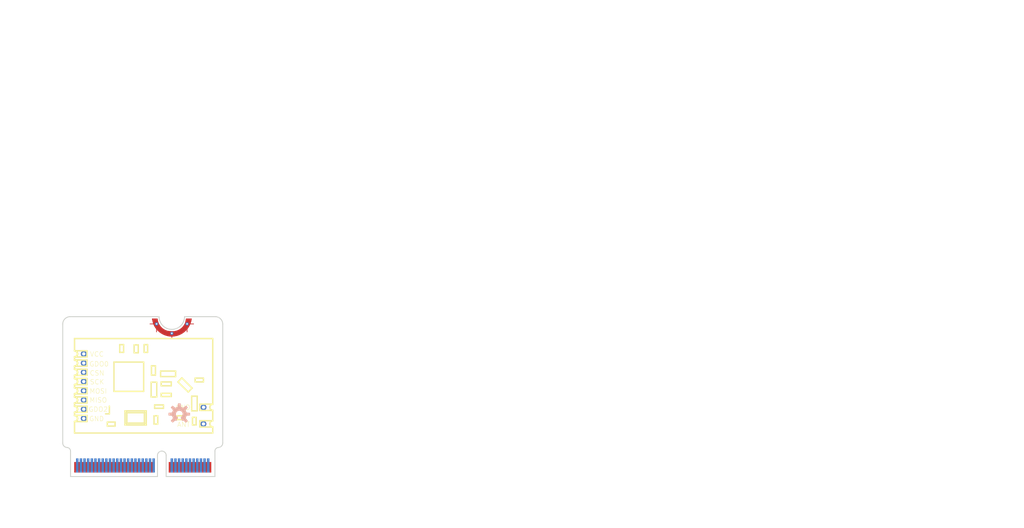
<source format=kicad_pcb>
(kicad_pcb (version 20221018) (generator pcbnew)
  (layers (0 "F.Cu" signal "Top") (1 "In1.Cu" signal) (2 "In2.Cu" signal) (31 "B.Cu" signal "Bottom") (34 "B.Paste" user) (35 "F.Paste" user) (36 "B.SilkS" user "B.Silkscreen") (37 "F.SilkS" user "F.Silkscreen") (38 "B.Mask" user) (39 "F.Mask" user) (44 "Edge.Cuts" user))
  (net 0 "")
  (net 1 "+3.3V")
  (net 2 "GND")
  (net 3 "/USB_D+")
  (net 4 "/~{RESET}")
  (net 5 "/3.3V_EN")
  (net 6 "/USB_D-")
  (net 7 "/G11-SWO")
  (net 8 "/V_USB")
  (net 9 "/D0")
  (net 10 "/~{BOOT}")
  (net 11 "/I2C_SDA")
  (net 12 "/UART_RTS1")
  (net 13 "/I2C_SCL")
  (net 14 "/UART_CTS1")
  (net 15 "/I2C_~{INT}")
  (net 16 "/UART_TX1")
  (net 17 "/D1-CAM_TRIG")
  (net 18 "/UART_RX1")
  (net 19 "/UART_RX2")
  (net 20 "/SWDCK")
  (net 21 "/UART_TX2")
  (net 22 "/SWDIO")
  (net 23 "/PWM0")
  (net 24 "/A0")
  (net 25 "/USBHOST_D+")
  (net 26 "/USBHOST_D-")
  (net 27 "/A1")
  (net 28 "/G0")
  (net 29 "/CAN-RX")
  (net 30 "/G1")
  (net 31 "/CAN-TX")
  (net 32 "/G2")
  (net 33 "/G3")
  (net 34 "/PWM1")
  (net 35 "/G4")
  (net 36 "/BATT_VIN")
  (net 37 "/AUD_BCLK")
  (net 38 "/I2C_SDA1")
  (net 39 "/AUD_LRCLK")
  (net 40 "/I2C_SCL1")
  (net 41 "/AUD_IN-CAM_PCLK")
  (net 42 "/~{SPI_CS}")
  (net 43 "/AUD_OUT-CAM_MCLK")
  (net 44 "/SPI_SCK")
  (net 45 "/AUD_MCLK")
  (net 46 "/SPI_COPI-LED_DAT")
  (net 47 "/SDIO_SCK-SPI_SCK1")
  (net 48 "/SPI_CIPO-LED_CLK")
  (net 49 "/SDIO_CMD-SPI_COPI1")
  (net 50 "/G10-CAM_VSYNC")
  (net 51 "/SDIO_DATA0-SPI_CIPO1")
  (net 52 "/G9-CAM_HSYNC")
  (net 53 "/SDIO_DATA1")
  (net 54 "/G8")
  (net 55 "/SDIO_DATA2")
  (net 56 "/G7")
  (net 57 "/SDIO_DATA3-~{SPI_CS1}")
  (net 58 "/G6")
  (net 59 "/RTC_3V_BATT")
  (net 60 "/G5")
  (footprint "SparkFun_MicroMod_ESP32:M.2-CARD-E-22" (layer "F.Cu") (at 148.5011 114.365617)
    (fp_text reference "J1" hide)
    (fp_text value "MICROMOD-2222" hide)
    (fp_line (start 1.9 -21) (end 1 -21) (stroke (width 0.1016)) (layer "F.Cu"))
    (fp_line (start 1.9 -21) (end 1.9 -19.9) (stroke (width 0.1016)) (layer "F.Cu"))
    (fp_line (start 4 -19.7) (end 4 -19) (stroke (width 0.1016)) (layer "F.Cu"))
    (fp_line (start 6.1 -21) (end 6.1 -19.9) (stroke (width 0.1016)) (layer "F.Cu"))
    (fp_line (start 6.1 -21) (end 7 -21) (stroke (width 0.1016)) (layer "F.Cu"))
    (fp_poly (pts (xy 1.25 -21.75) (xy 2.05 -21.75) (xy 2.08842 -21.461827) (xy 2.171447 -21.183213) (xy 2.297037 -20.921017) (xy 2.462097 -20.681696) (xy 2.662563 -20.471142) (xy 2.893499 -20.29454) (xy 3.149218 -20.156239) (xy 3.423424 -20.059644) (xy 4 -20) (xy 4.290635 -20.007133) (xy 4.576576 -20.059644) (xy 4.850782 -20.156239) (xy 5.106501 -20.29454) (xy 5.337437 -20.471142) (xy 5.537903 -20.681696) (xy 5.702963 -20.921017) (xy 5.828553 -21.183213) (xy 5.95 -21.75) (xy 6.75 -21.75) (xy 6.686952 -21.386065) (xy 6.576451 -21.033626) (xy 6.420427 -20.698842) (xy 6.221608 -20.387564) (xy 5.983467 -20.10523) (xy 5.710166 -19.856774) (xy 5.40648 -19.646539) (xy 5.077718 -19.478197) (xy 4.729623 -19.354691) (xy 4.368279 -19.27818) (xy 4 -19.25) (xy 3.630811 -19.275627) (xy 3.268334 -19.35024) (xy 2.919037 -19.472506) (xy 2.589157 -19.640244) (xy 2.284581 -19.85046) (xy 2.010746 -20.099401) (xy 1.77254 -20.382623) (xy 1.574215 -20.695072) (xy 1.419311 -21.031169)) (fill solid) (layer "F.Cu"))
    (pad "1" smd rect (at 9.25 -1.275 180) (size 0.35 1.45) (layers "F.Cu" "F.Mask") (net 2 "GND"))
    (pad "2" smd rect (at 9 -1.525) (size 0.35 1.95) (layers "B.Cu" "B.Mask") (net 1 "+3.3V"))
    (pad "3" smd rect (at 8.75 -1.275 180) (size 0.35 1.45) (layers "F.Cu" "F.Mask") (net 3 "/USB_D+"))
    (pad "4" smd rect (at 8.5 -1.525) (size 0.35 1.95) (layers "B.Cu" "B.Mask") (net 5 "/3.3V_EN"))
    (pad "5" smd rect (at 8.25 -1.275 180) (size 0.35 1.45) (layers "F.Cu" "F.Mask") (net 6 "/USB_D-"))
    (pad "6" smd rect (at 8 -1.525) (size 0.35 1.95) (layers "B.Cu" "B.Mask") (net 4 "/~{RESET}"))
    (pad "7" smd rect (at 7.75 -1.275 180) (size 0.35 1.45) (layers "F.Cu" "F.Mask") (net 2 "GND"))
    (pad "8" smd rect (at 7.5 -1.525) (size 0.35 1.95) (layers "B.Cu" "B.Mask") (net 7 "/G11-SWO"))
    (pad "9" smd rect (at 7.25 -1.275 180) (size 0.35 1.45) (layers "F.Cu" "F.Mask") (net 8 "/V_USB"))
    (pad "10" smd rect (at 7 -1.525) (size 0.35 1.95) (layers "B.Cu" "B.Mask") (net 9 "/D0"))
    (pad "11" smd rect (at 6.75 -1.275 180) (size 0.35 1.45) (layers "F.Cu" "F.Mask") (net 10 "/~{BOOT}"))
    (pad "12" smd rect (at 6.5 -1.525) (size 0.35 1.95) (layers "B.Cu" "B.Mask") (net 11 "/I2C_SDA"))
    (pad "13" smd rect (at 6.25 -1.275 180) (size 0.35 1.45) (layers "F.Cu" "F.Mask") (net 12 "/UART_RTS1"))
    (pad "14" smd rect (at 6 -1.525) (size 0.35 1.95) (layers "B.Cu" "B.Mask") (net 13 "/I2C_SCL"))
    (pad "15" smd rect (at 5.75 -1.275 180) (size 0.35 1.45) (layers "F.Cu" "F.Mask") (net 14 "/UART_CTS1"))
    (pad "16" smd rect (at 5.5 -1.525) (size 0.35 1.95) (layers "B.Cu" "B.Mask") (net 15 "/I2C_~{INT}"))
    (pad "17" smd rect (at 5.25 -1.275 180) (size 0.35 1.45) (layers "F.Cu" "F.Mask") (net 16 "/UART_TX1"))
    (pad "18" smd rect (at 5 -1.525) (size 0.35 1.95) (layers "B.Cu" "B.Mask") (net 17 "/D1-CAM_TRIG"))
    (pad "19" smd rect (at 4.75 -1.275 180) (size 0.35 1.45) (layers "F.Cu" "F.Mask") (net 18 "/UART_RX1"))
    (pad "20" smd rect (at 4.5 -1.525) (size 0.35 1.95) (layers "B.Cu" "B.Mask") (net 19 "/UART_RX2"))
    (pad "21" smd rect (at 4.25 -1.275 180) (size 0.35 1.45) (layers "F.Cu" "F.Mask") (net 20 "/SWDCK"))
    (pad "22" smd rect (at 4 -1.525) (size 0.35 1.95) (layers "B.Cu" "B.Mask") (net 21 "/UART_TX2"))
    (pad "23" smd rect (at 3.75 -1.275 180) (size 0.35 1.45) (layers "F.Cu" "F.Mask") (net 22 "/SWDIO"))
    (pad "32" smd rect (at 1.5 -1.525) (size 0.35 1.95) (layers "B.Cu" "B.Mask") (net 23 "/PWM0"))
    (pad "33" smd rect (at 1.25 -1.275 180) (size 0.35 1.45) (layers "F.Cu" "F.Mask") (net 2 "GND"))
    (pad "34" smd rect (at 1 -1.525) (size 0.35 1.95) (layers "B.Cu" "B.Mask") (net 24 "/A0"))
    (pad "35" smd rect (at 0.75 -1.275 180) (size 0.35 1.45) (layers "F.Cu" "F.Mask") (net 25 "/USBHOST_D+"))
    (pad "36" smd rect (at 0.5 -1.525) (size 0.35 1.95) (layers "B.Cu" "B.Mask") (net 2 "GND"))
    (pad "37" smd rect (at 0.25 -1.275 180) (size 0.35 1.45) (layers "F.Cu" "F.Mask") (net 26 "/USBHOST_D-"))
    (pad "38" smd rect (at 0 -1.525) (size 0.35 1.95) (layers "B.Cu" "B.Mask") (net 27 "/A1"))
    (pad "39" smd rect (at -0.25 -1.275 180) (size 0.35 1.45) (layers "F.Cu" "F.Mask") (net 2 "GND"))
    (pad "40" smd rect (at -0.5 -1.525) (size 0.35 1.95) (layers "B.Cu" "B.Mask") (net 28 "/G0"))
    (pad "41" smd rect (at -0.75 -1.275 180) (size 0.35 1.45) (layers "F.Cu" "F.Mask") (net 29 "/CAN-RX"))
    (pad "42" smd rect (at -1 -1.525) (size 0.35 1.95) (layers "B.Cu" "B.Mask") (net 30 "/G1"))
    (pad "43" smd rect (at -1.25 -1.275 180) (size 0.35 1.45) (layers "F.Cu" "F.Mask") (net 31 "/CAN-TX"))
    (pad "44" smd rect (at -1.5 -1.525) (size 0.35 1.95) (layers "B.Cu" "B.Mask") (net 32 "/G2"))
    (pad "45" smd rect (at -1.75 -1.275 180) (size 0.35 1.45) (layers "F.Cu" "F.Mask") (net 2 "GND"))
    (pad "46" smd rect (at -2 -1.525) (size 0.35 1.95) (layers "B.Cu" "B.Mask") (net 33 "/G3"))
    (pad "47" smd rect (at -2.25 -1.275 180) (size 0.35 1.45) (layers "F.Cu" "F.Mask") (net 34 "/PWM1"))
    (pad "48" smd rect (at -2.5 -1.525) (size 0.35 1.95) (layers "B.Cu" "B.Mask") (net 35 "/G4"))
    (pad "49" smd rect (at -2.75 -1.275 180) (size 0.35 1.45) (layers "F.Cu" "F.Mask") (net 36 "/BATT_VIN"))
    (pad "50" smd rect (at -3 -1.525) (size 0.35 1.95) (layers "B.Cu" "B.Mask") (net 37 "/AUD_BCLK"))
    (pad "51" smd rect (at -3.25 -1.275 180) (size 0.35 1.45) (layers "F.Cu" "F.Mask") (net 38 "/I2C_SDA1"))
    (pad "52" smd rect (at -3.5 -1.525) (size 0.35 1.95) (layers "B.Cu" "B.Mask") (net 39 "/AUD_LRCLK"))
    (pad "53" smd rect (at -3.75 -1.275 180) (size 0.35 1.45) (layers "F.Cu" "F.Mask") (net 40 "/I2C_SCL1"))
    (pad "54" smd rect (at -4 -1.525) (size 0.35 1.95) (layers "B.Cu" "B.Mask") (net 41 "/AUD_IN-CAM_PCLK"))
    (pad "55" smd rect (at -4.25 -1.275 180) (size 0.35 1.45) (layers "F.Cu" "F.Mask") (net 42 "/~{SPI_CS}"))
    (pad "56" smd rect (at -4.5 -1.525) (size 0.35 1.95) (layers "B.Cu" "B.Mask") (net 43 "/AUD_OUT-CAM_MCLK"))
    (pad "57" smd rect (at -4.75 -1.275 180) (size 0.35 1.45) (layers "F.Cu" "F.Mask") (net 44 "/SPI_SCK"))
    (pad "58" smd rect (at -5 -1.525) (size 0.35 1.95) (layers "B.Cu" "B.Mask") (net 45 "/AUD_MCLK"))
    (pad "59" smd rect (at -5.25 -1.275 180) (size 0.35 1.45) (layers "F.Cu" "F.Mask") (net 46 "/SPI_COPI-LED_DAT"))
    (pad "60" smd rect (at -5.5 -1.525) (size 0.35 1.95) (layers "B.Cu" "B.Mask") (net 47 "/SDIO_SCK-SPI_SCK1"))
    (pad "61" smd rect (at -5.75 -1.275 180) (size 0.35 1.45) (layers "F.Cu" "F.Mask") (net 48 "/SPI_CIPO-LED_CLK"))
    (pad "62" smd rect (at -6 -1.525) (size 0.35 1.95) (layers "B.Cu" "B.Mask") (net 49 "/SDIO_CMD-SPI_COPI1"))
    (pad "63" smd rect (at -6.25 -1.275 180) (size 0.35 1.45) (layers "F.Cu" "F.Mask") (net 50 "/G10-CAM_VSYNC"))
    (pad "64" smd rect (at -6.5 -1.525) (size 0.35 1.95) (layers "B.Cu" "B.Mask") (net 51 "/SDIO_DATA0-SPI_CIPO1"))
    (pad "65" smd rect (at -6.75 -1.275 180) (size 0.35 1.45) (layers "F.Cu" "F.Mask") (net 52 "/G9-CAM_HSYNC"))
    (pad "66" smd rect (at -7 -1.525) (size 0.35 1.95) (layers "B.Cu" "B.Mask") (net 53 "/SDIO_DATA1"))
    (pad "67" smd rect (at -7.25 -1.275 180) (size 0.35 1.45) (layers "F.Cu" "F.Mask") (net 54 "/G8"))
    (pad "68" smd rect (at -7.5 -1.525) (size 0.35 1.95) (layers "B.Cu" "B.Mask") (net 55 "/SDIO_DATA2"))
    (pad "69" smd rect (at -7.75 -1.275 180) (size 0.35 1.45) (layers "F.Cu" "F.Mask") (net 56 "/G7"))
    (pad "70" smd rect (at -8 -1.525) (size 0.35 1.95) (layers "B.Cu" "B.Mask") (net 57 "/SDIO_DATA3-~{SPI_CS1}"))
    (pad "71" smd rect (at -8.25 -1.275 180) (size 0.35 1.45) (layers "F.Cu" "F.Mask") (net 58 "/G6"))
    (pad "72" smd rect (at -8.5 -1.525) (size 0.35 1.95) (layers "B.Cu" "B.Mask") (net 59 "/RTC_3V_BATT"))
    (pad "73" smd rect (at -8.75 -1.275 180) (size 0.35 1.45) (layers "F.Cu" "F.Mask") (net 60 "/G5"))
    (pad "74" smd rect (at -9 -1.525) (size 0.35 1.95) (layers "B.Cu" "B.Mask") (net 1 "+3.3V"))
    (pad "75" smd rect (at -9.25 -1.275 180) (size 0.35 1.45) (layers "F.Cu" "F.Mask") (net 2 "GND"))
    (pad "GND1" thru_hole circle (at 1.9 -21) (size 0.454 0.454) (drill 0.2) (layers "*.Cu" "*.Mask") (net 2 "GND"))
    (pad "GND2" thru_hole circle (at 4 -19.7) (size 0.454 0.454) (drill 0.2) (layers "*.Cu" "*.Mask") (net 2 "GND"))
    (pad "GND3" thru_hole circle (at 6.1 -21) (size 0.454 0.454) (drill 0.2) (layers "*.Cu" "*.Mask") (net 2 "GND"))
  )
  (footprint "SparkFun_MicroMod_ESP32:ORDERING_INSTRUCTIONS" (layer "F.Cu") (at 167.9811 62.1)
    (fp_text reference "LOGO1" hide)
    (fp_text value "SPECIAL_INSTRUCTIONS-ORDERING")
  )
  (footprint "SparkFun_MicroMod_ESP32:CREATIVE_COMMONS" (layer "F.Cu") (at 184.4 63.75)
    (fp_text reference "FRAME1" hide)
    (fp_text value "FRAME-LEDGER" hide)
  )
  (footprint "subGHz:C1101S" (layer "F.Cu") (at 137.8508 111.4557)
    (fp_text reference "U1" hide)
    (fp_text value "CS1101S-CS1101S")
    (fp_text user "ANT" (at 16.2687 -4.2545 180) (layer "F.SilkS") (effects (font (size 0.66 0.66) (thickness 0.05))))
    (fp_text user "GDO2" (at 4.5339 -6.3373 180) (layer "F.SilkS") (effects (font (size 0.66 0.66) (thickness 0.05))))
    (fp_text user "MISO" (at 4.5339 -7.6073 180) (layer "F.SilkS") (effects (font (size 0.66 0.66) (thickness 0.05))))
    (fp_text user "VCC" (at 4.3434 -13.9319 180) (layer "F.SilkS") (effects (font (size 0.66 0.66) (thickness 0.05))))
    (fp_text user "GDO0" (at 4.6482 -12.573 180) (layer "F.SilkS") (effects (font (size 0.66 0.66) (thickness 0.05))))
    (fp_text user "SCK" (at 4.3688 -10.1092 180) (layer "F.SilkS") (effects (font (size 0.66 0.66) (thickness 0.05))))
    (fp_text user "MOSI" (at 4.5466 -8.8392 180) (layer "F.SilkS") (effects (font (size 0.66 0.66) (thickness 0.05))))
    (fp_text user "CSN" (at 4.3688 -11.3284 180) (layer "F.SilkS") (effects (font (size 0.66 0.66) (thickness 0.05))))
    (fp_text user "GND" (at 16.1925 -6.604 180) (layer "F.SilkS") (effects (font (size 0.66 0.66) (thickness 0.05))))
    (fp_text user "GND" (at 4.3053 -5.0419 180) (layer "F.SilkS") (effects (font (size 0.66 0.66) (thickness 0.05))))
    (fp_line (start 1.274416 -16.075257) (end 1.274416 -14.37) (stroke (width 0.2)) (layer "F.SilkS"))
    (fp_line (start 1.274416 -13.57) (end 1.274416 -13.1) (stroke (width 0.2)) (layer "F.SilkS"))
    (fp_line (start 1.274416 -13.53951) (end 2.990801 -13.53951) (stroke (width 0.2)) (layer "F.SilkS"))
    (fp_line (start 1.274416 -12.3) (end 1.274416 -11.83) (stroke (width 0.2)) (layer "F.SilkS"))
    (fp_line (start 1.274416 -12.26951) (end 2.990801 -12.26951) (stroke (width 0.2)) (layer "F.SilkS"))
    (fp_line (start 1.274416 -11.03) (end 1.274416 -10.56) (stroke (width 0.2)) (layer "F.SilkS"))
    (fp_line (start 1.274416 -10.99951) (end 2.990801 -10.99951) (stroke (width 0.2)) (layer "F.SilkS"))
    (fp_line (start 1.274416 -9.76) (end 1.274416 -9.290001) (stroke (width 0.2)) (layer "F.SilkS"))
    (fp_line (start 1.274416 -9.72951) (end 2.990801 -9.72951) (stroke (width 0.2)) (layer "F.SilkS"))
    (fp_line (start 1.274416 -8.490001) (end 1.274416 -8.020001) (stroke (width 0.2)) (layer "F.SilkS"))
    (fp_line (start 1.274416 -8.459511) (end 2.990801 -8.459511) (stroke (width 0.2)) (layer "F.SilkS"))
    (fp_line (start 1.274416 -7.220001) (end 1.274416 -6.750001) (stroke (width 0.2)) (layer "F.SilkS"))
    (fp_line (start 1.274416 -7.189511) (end 2.990801 -7.189511) (stroke (width 0.2)) (layer "F.SilkS"))
    (fp_line (start 1.274416 -5.950001) (end 1.274416 -5.480001) (stroke (width 0.2)) (layer "F.SilkS"))
    (fp_line (start 1.274416 -5.919511) (end 2.990801 -5.919511) (stroke (width 0.2)) (layer "F.SilkS"))
    (fp_line (start 1.274416 -4.680001) (end 1.274416 -3.075257) (stroke (width 0.2)) (layer "F.SilkS"))
    (fp_line (start 1.274416 -4.649511) (end 2.990801 -4.649511) (stroke (width 0.2)) (layer "F.SilkS"))
    (fp_line (start 1.274416 -3.075257) (end 20.274416 -3.075257) (stroke (width 0.2)) (layer "F.SilkS"))
    (fp_line (start 2.990801 -14.40089) (end 1.274416 -14.40089) (stroke (width 0.2)) (layer "F.SilkS"))
    (fp_line (start 2.990801 -13.53951) (end 2.990801 -14.40089) (stroke (width 0.2)) (layer "F.SilkS"))
    (fp_line (start 2.990801 -13.13089) (end 1.274416 -13.13089) (stroke (width 0.2)) (layer "F.SilkS"))
    (fp_line (start 2.990801 -12.26951) (end 2.990801 -13.13089) (stroke (width 0.2)) (layer "F.SilkS"))
    (fp_line (start 2.990801 -11.86089) (end 1.274416 -11.86089) (stroke (width 0.2)) (layer "F.SilkS"))
    (fp_line (start 2.990801 -10.99951) (end 2.990801 -11.86089) (stroke (width 0.2)) (layer "F.SilkS"))
    (fp_line (start 2.990801 -10.59089) (end 1.274416 -10.59089) (stroke (width 0.2)) (layer "F.SilkS"))
    (fp_line (start 2.990801 -9.72951) (end 2.990801 -10.59089) (stroke (width 0.2)) (layer "F.SilkS"))
    (fp_line (start 2.990801 -9.320891) (end 1.274416 -9.320891) (stroke (width 0.2)) (layer "F.SilkS"))
    (fp_line (start 2.990801 -8.459511) (end 2.990801 -9.320891) (stroke (width 0.2)) (layer "F.SilkS"))
    (fp_line (start 2.990801 -8.050891) (end 1.274416 -8.050891) (stroke (width 0.2)) (layer "F.SilkS"))
    (fp_line (start 2.990801 -7.189511) (end 2.990801 -8.050891) (stroke (width 0.2)) (layer "F.SilkS"))
    (fp_line (start 2.990801 -6.780891) (end 1.274416 -6.780891) (stroke (width 0.2)) (layer "F.SilkS"))
    (fp_line (start 2.990801 -5.919511) (end 2.990801 -6.780891) (stroke (width 0.2)) (layer "F.SilkS"))
    (fp_line (start 2.990801 -5.510891) (end 1.274416 -5.510891) (stroke (width 0.2)) (layer "F.SilkS"))
    (fp_line (start 2.990801 -4.649511) (end 2.990801 -5.510891) (stroke (width 0.2)) (layer "F.SilkS"))
    (fp_line (start 5.536655 -5.714481) (end 6.066099 -5.714481) (stroke (width 0.2)) (layer "F.SilkS"))
    (fp_line (start 5.784978 -4.585313) (end 5.784978 -4.032443) (stroke (width 0.2)) (layer "F.SilkS"))
    (fp_line (start 5.784978 -4.032443) (end 6.848552 -4.032443) (stroke (width 0.2)) (layer "F.SilkS"))
    (fp_line (start 6.066099 -5.714481) (end 6.066099 -6.778055) (stroke (width 0.2)) (layer "F.SilkS"))
    (fp_line (start 6.694557 -12.840333) (end 6.694557 -8.808054) (stroke (width 0.2)) (layer "F.SilkS"))
    (fp_line (start 6.694557 -8.808054) (end 10.774416 -8.808054) (stroke (width 0.2)) (layer "F.SilkS"))
    (fp_line (start 6.848552 -4.585313) (end 5.784978 -4.585313) (stroke (width 0.2)) (layer "F.SilkS"))
    (fp_line (start 6.848552 -4.032443) (end 6.848552 -4.585313) (stroke (width 0.2)) (layer "F.SilkS"))
    (fp_line (start 7.482975 -15.236844) (end 7.482975 -14.180592) (stroke (width 0.2)) (layer "F.SilkS"))
    (fp_line (start 7.482975 -14.180592) (end 8.020791 -14.180592) (stroke (width 0.2)) (layer "F.SilkS"))
    (fp_line (start 8.020791 -15.236844) (end 7.482975 -15.236844) (stroke (width 0.2)) (layer "F.SilkS"))
    (fp_line (start 8.020791 -14.180592) (end 8.020791 -15.236844) (stroke (width 0.2)) (layer "F.SilkS"))
    (fp_line (start 8.213513 -6.127129) (end 11.130958 -6.127129) (stroke (width 0.2)) (layer "F.SilkS"))
    (fp_line (start 8.213513 -4.187803) (end 8.213513 -6.127129) (stroke (width 0.2)) (layer "F.SilkS"))
    (fp_line (start 8.213513 -4.187803) (end 8.463513 -4.437803) (stroke (width 0.2)) (layer "F.SilkS"))
    (fp_line (start 8.463513 -5.877129) (end 8.213513 -6.127129) (stroke (width 0.2)) (layer "F.SilkS"))
    (fp_line (start 8.463513 -5.877129) (end 8.463513 -4.437803) (stroke (width 0.2)) (layer "F.SilkS"))
    (fp_line (start 8.463513 -4.437803) (end 10.880958 -4.437803) (stroke (width 0.2)) (layer "F.SilkS"))
    (fp_line (start 9.464659 -15.207773) (end 9.464659 -14.122449) (stroke (width 0.2)) (layer "F.SilkS"))
    (fp_line (start 9.464659 -14.122449) (end 10.036392 -14.122449) (stroke (width 0.2)) (layer "F.SilkS"))
    (fp_line (start 10.036392 -15.207773) (end 9.464659 -15.207773) (stroke (width 0.2)) (layer "F.SilkS"))
    (fp_line (start 10.036392 -14.122449) (end 10.036392 -15.207773) (stroke (width 0.2)) (layer "F.SilkS"))
    (fp_line (start 10.774416 -12.840333) (end 6.694557 -12.840333) (stroke (width 0.2)) (layer "F.SilkS"))
    (fp_line (start 10.774416 -8.808054) (end 10.774416 -12.840333) (stroke (width 0.2)) (layer "F.SilkS"))
    (fp_line (start 10.835848 -15.236844) (end 10.835848 -14.180592) (stroke (width 0.2)) (layer "F.SilkS"))
    (fp_line (start 10.835848 -14.180592) (end 11.320367 -14.180592) (stroke (width 0.2)) (layer "F.SilkS"))
    (fp_line (start 10.880958 -5.877129) (end 8.463513 -5.877129) (stroke (width 0.2)) (layer "F.SilkS"))
    (fp_line (start 10.880958 -5.877129) (end 11.130958 -6.127129) (stroke (width 0.2)) (layer "F.SilkS"))
    (fp_line (start 10.880958 -4.437803) (end 10.880958 -5.877129) (stroke (width 0.2)) (layer "F.SilkS"))
    (fp_line (start 11.130958 -6.127129) (end 11.130958 -4.187803) (stroke (width 0.2)) (layer "F.SilkS"))
    (fp_line (start 11.130958 -4.187803) (end 8.213513 -4.187803) (stroke (width 0.2)) (layer "F.SilkS"))
    (fp_line (start 11.130958 -4.187803) (end 10.880958 -4.437803) (stroke (width 0.2)) (layer "F.SilkS"))
    (fp_line (start 11.320367 -15.236844) (end 10.835848 -15.236844) (stroke (width 0.2)) (layer "F.SilkS"))
    (fp_line (start 11.320367 -14.180592) (end 11.320367 -15.236844) (stroke (width 0.2)) (layer "F.SilkS"))
    (fp_line (start 11.805915 -10.076733) (end 11.805915 -8.033346) (stroke (width 0.2)) (layer "F.SilkS"))
    (fp_line (start 11.805915 -8.033346) (end 12.576916 -8.033346) (stroke (width 0.2)) (layer "F.SilkS"))
    (fp_line (start 11.851722 -12.326511) (end 11.851722 -11.045215) (stroke (width 0.2)) (layer "F.SilkS"))
    (fp_line (start 11.851722 -11.045215) (end 12.397459 -11.045215) (stroke (width 0.2)) (layer "F.SilkS"))
    (fp_line (start 12.201705 -5.451411) (end 12.201705 -4.308878) (stroke (width 0.2)) (layer "F.SilkS"))
    (fp_line (start 12.201705 -4.308878) (end 12.711851 -4.308878) (stroke (width 0.2)) (layer "F.SilkS"))
    (fp_line (start 12.284752 -6.940324) (end 12.284752 -6.483566) (stroke (width 0.2)) (layer "F.SilkS"))
    (fp_line (start 12.284752 -6.483566) (end 13.500797 -6.483566) (stroke (width 0.2)) (layer "F.SilkS"))
    (fp_line (start 12.397459 -12.326511) (end 11.851722 -12.326511) (stroke (width 0.2)) (layer "F.SilkS"))
    (fp_line (start 12.397459 -11.045215) (end 12.397459 -12.326511) (stroke (width 0.2)) (layer "F.SilkS"))
    (fp_line (start 12.576916 -10.076733) (end 11.805915 -10.076733) (stroke (width 0.2)) (layer "F.SilkS"))
    (fp_line (start 12.576916 -8.033346) (end 12.576916 -10.076733) (stroke (width 0.2)) (layer "F.SilkS"))
    (fp_line (start 12.711851 -5.451411) (end 12.201705 -5.451411) (stroke (width 0.2)) (layer "F.SilkS"))
    (fp_line (start 12.711851 -4.308878) (end 12.711851 -5.451411) (stroke (width 0.2)) (layer "F.SilkS"))
    (fp_line (start 13.106683 -11.604544) (end 13.106683 -10.843004) (stroke (width 0.2)) (layer "F.SilkS"))
    (fp_line (start 13.106683 -10.843004) (end 15.168992 -10.843004) (stroke (width 0.2)) (layer "F.SilkS"))
    (fp_line (start 13.186405 -10.107971) (end 13.186405 -9.575257) (stroke (width 0.2)) (layer "F.SilkS"))
    (fp_line (start 13.186405 -9.575257) (end 14.574475 -9.575257) (stroke (width 0.2)) (layer "F.SilkS"))
    (fp_line (start 13.186405 -8.541944) (end 13.186405 -8.102981) (stroke (width 0.2)) (layer "F.SilkS"))
    (fp_line (start 13.186405 -8.102981) (end 14.574475 -8.102981) (stroke (width 0.2)) (layer "F.SilkS"))
    (fp_line (start 13.500797 -6.940324) (end 12.284752 -6.940324) (stroke (width 0.2)) (layer "F.SilkS"))
    (fp_line (start 13.500797 -6.483566) (end 13.500797 -6.940324) (stroke (width 0.2)) (layer "F.SilkS"))
    (fp_line (start 14.574475 -10.107971) (end 13.186405 -10.107971) (stroke (width 0.2)) (layer "F.SilkS"))
    (fp_line (start 14.574475 -9.575257) (end 14.574475 -10.107971) (stroke (width 0.2)) (layer "F.SilkS"))
    (fp_line (start 14.574475 -8.541944) (end 13.186405 -8.541944) (stroke (width 0.2)) (layer "F.SilkS"))
    (fp_line (start 14.574475 -8.102981) (end 14.574475 -8.541944) (stroke (width 0.2)) (layer "F.SilkS"))
    (fp_line (start 15.168992 -11.604544) (end 13.106683 -11.604544) (stroke (width 0.2)) (layer "F.SilkS"))
    (fp_line (start 15.168992 -10.843004) (end 15.168992 -11.604544) (stroke (width 0.2)) (layer "F.SilkS"))
    (fp_line (start 15.396035 -5.451411) (end 15.396035 -4.925693) (stroke (width 0.2)) (layer "F.SilkS"))
    (fp_line (start 15.396035 -4.925693) (end 16.46976 -4.925693) (stroke (width 0.2)) (layer "F.SilkS"))
    (fp_line (start 15.494351 -10.107971) (end 16.916596 -8.71215) (stroke (width 0.2)) (layer "F.SilkS"))
    (fp_line (start 16.026667 -10.67034) (end 15.494351 -10.107971) (stroke (width 0.2)) (layer "F.SilkS"))
    (fp_line (start 16.46976 -5.451411) (end 15.396035 -5.451411) (stroke (width 0.2)) (layer "F.SilkS"))
    (fp_line (start 16.46976 -4.925693) (end 16.46976 -5.451411) (stroke (width 0.2)) (layer "F.SilkS"))
    (fp_line (start 16.916596 -8.71215) (end 17.437622 -9.262592) (stroke (width 0.2)) (layer "F.SilkS"))
    (fp_line (start 17.377932 -8.151597) (end 17.377932 -6.127129) (stroke (width 0.2)) (layer "F.SilkS"))
    (fp_line (start 17.377932 -6.127129) (end 18.139473 -6.127129) (stroke (width 0.2)) (layer "F.SilkS"))
    (fp_line (start 17.437622 -9.262592) (end 16.026667 -10.67034) (stroke (width 0.2)) (layer "F.SilkS"))
    (fp_line (start 17.491454 -5.237877) (end 17.491454 -4.187803) (stroke (width 0.2)) (layer "F.SilkS"))
    (fp_line (start 17.491454 -4.187803) (end 17.992841 -4.187803) (stroke (width 0.2)) (layer "F.SilkS"))
    (fp_line (start 17.855669 -10.634881) (end 17.855669 -10.107971) (stroke (width 0.2)) (layer "F.SilkS"))
    (fp_line (start 17.855669 -10.107971) (end 18.995615 -10.107971) (stroke (width 0.2)) (layer "F.SilkS"))
    (fp_line (start 17.992841 -5.237877) (end 17.491454 -5.237877) (stroke (width 0.2)) (layer "F.SilkS"))
    (fp_line (start 17.992841 -4.187803) (end 17.992841 -5.237877) (stroke (width 0.2)) (layer "F.SilkS"))
    (fp_line (start 18.139473 -8.151597) (end 17.377932 -8.151597) (stroke (width 0.2)) (layer "F.SilkS"))
    (fp_line (start 18.139473 -6.127129) (end 18.139473 -8.151597) (stroke (width 0.2)) (layer "F.SilkS"))
    (fp_line (start 18.503381 -7.054556) (end 18.503381 -6.183162) (stroke (width 0.2)) (layer "F.SilkS"))
    (fp_line (start 18.503381 -6.183162) (end 20.274416 -6.183162) (stroke (width 0.2)) (layer "F.SilkS"))
    (fp_line (start 18.503381 -4.774556) (end 18.503381 -3.903162) (stroke (width 0.2)) (layer "F.SilkS"))
    (fp_line (start 18.503381 -3.903162) (end 20.274416 -3.903162) (stroke (width 0.2)) (layer "F.SilkS"))
    (fp_line (start 18.995615 -10.634881) (end 17.855669 -10.634881) (stroke (width 0.2)) (layer "F.SilkS"))
    (fp_line (start 18.995615 -10.107971) (end 18.995615 -10.634881) (stroke (width 0.2)) (layer "F.SilkS"))
    (fp_line (start 20.274416 -16.075257) (end 1.274416 -16.075257) (stroke (width 0.2)) (layer "F.SilkS"))
    (fp_line (start 20.274416 -7.054556) (end 18.503381 -7.054556) (stroke (width 0.2)) (layer "F.SilkS"))
    (fp_line (start 20.274416 -7.020466) (end 20.274416 -16.075257) (stroke (width 0.2)) (layer "F.SilkS"))
    (fp_line (start 20.274416 -4.774556) (end 18.503381 -4.774556) (stroke (width 0.2)) (layer "F.SilkS"))
    (fp_line (start 20.274416 -4.740466) (end 20.274416 -6.220466) (stroke (width 0.2)) (layer "F.SilkS"))
    (fp_line (start 20.274416 -3.075257) (end 20.274416 -3.940466) (stroke (width 0.2)) (layer "F.SilkS"))
    (fp_arc (start 1.274416 -14.40089) (mid 1.705106 -13.9702) (end 1.274416 -13.53951) (stroke (width 0.2)) (layer "F.SilkS"))
    (fp_arc (start 1.274416 -14.37) (mid 1.674416 -13.97) (end 1.274416 -13.57) (stroke (width 0.2)) (layer "F.SilkS"))
    (fp_arc (start 1.274416 -13.13089) (mid 1.705106 -12.7002) (end 1.274416 -12.26951) (stroke (width 0.2)) (layer "F.SilkS"))
    (fp_arc (start 1.274416 -13.1) (mid 1.674416 -12.7) (end 1.274416 -12.3) (stroke (width 0.2)) (layer "F.SilkS"))
    (fp_arc (start 1.274416 -11.86089) (mid 1.705106 -11.4302) (end 1.274416 -10.99951) (stroke (width 0.2)) (layer "F.SilkS"))
    (fp_arc (start 1.274416 -11.83) (mid 1.674416 -11.43) (end 1.274416 -11.03) (stroke (width 0.2)) (layer "F.SilkS"))
    (fp_arc (start 1.274416 -10.59089) (mid 1.705106 -10.1602) (end 1.274416 -9.72951) (stroke (width 0.2)) (layer "F.SilkS"))
    (fp_arc (start 1.274416 -10.56) (mid 1.674416 -10.16) (end 1.274416 -9.76) (stroke (width 0.2)) (layer "F.SilkS"))
    (fp_arc (start 1.274416 -9.320891) (mid 1.705106 -8.890201) (end 1.274416 -8.459511) (stroke (width 0.2)) (layer "F.SilkS"))
    (fp_arc (start 1.274416 -9.290001) (mid 1.674416 -8.890001) (end 1.274416 -8.490001) (stroke (width 0.2)) (layer "F.SilkS"))
    (fp_arc (start 1.274416 -8.050891) (mid 1.705106 -7.620201) (end 1.274416 -7.189511) (stroke (width 0.2)) (layer "F.SilkS"))
    (fp_arc (start 1.274416 -8.020001) (mid 1.674416 -7.620001) (end 1.274416 -7.220001) (stroke (width 0.2)) (layer "F.SilkS"))
    (fp_arc (start 1.274416 -6.780891) (mid 1.705106 -6.350201) (end 1.274416 -5.919511) (stroke (width 0.2)) (layer "F.SilkS"))
    (fp_arc (start 1.274416 -6.750001) (mid 1.674416 -6.350001) (end 1.274416 -5.950001) (stroke (width 0.2)) (layer "F.SilkS"))
    (fp_arc (start 1.274416 -5.510891) (mid 1.705106 -5.080201) (end 1.274416 -4.649511) (stroke (width 0.2)) (layer "F.SilkS"))
    (fp_arc (start 1.274416 -5.480001) (mid 1.674416 -5.080001) (end 1.274416 -4.680001) (stroke (width 0.2)) (layer "F.SilkS"))
    (fp_arc (start 20.274416 -6.220466) (mid 19.874366 -6.6205) (end 20.274416 -7.020466) (stroke (width 0.2)) (layer "F.SilkS"))
    (fp_arc (start 20.274416 -3.940466) (mid 19.874366 -4.3405) (end 20.274416 -4.740466) (stroke (width 0.2)) (layer "F.SilkS"))
    (pad "1" thru_hole circle (at 2.54 -13.97) (size 0.8 0.8) (drill 0.45) (layers "*.Cu" "*.Mask"))
    (pad "2" thru_hole circle (at 2.54 -12.7) (size 0.8 0.8) (drill 0.45) (layers "*.Cu" "*.Mask"))
    (pad "3" thru_hole circle (at 2.54 -11.43) (size 0.8 0.8) (drill 0.45) (layers "*.Cu" "*.Mask"))
    (pad "4" thru_hole circle (at 2.54 -10.16) (size 0.8 0.8) (drill 0.45) (layers "*.Cu" "*.Mask"))
    (pad "5" thru_hole circle (at 2.54 -8.89) (size 0.8 0.8) (drill 0.45) (layers "*.Cu" "*.Mask"))
    (pad "6" thru_hole circle (at 2.54 -7.62) (size 0.8 0.8) (drill 0.45) (layers "*.Cu" "*.Mask"))
    (pad "7" thru_hole circle (at 2.54 -6.35) (size 0.8 0.8) (drill 0.45) (layers "*.Cu" "*.Mask"))
    (pad "8" thru_hole circle (at 2.54 -5.08) (size 0.8 0.8) (drill 0.45) (layers "*.Cu" "*.Mask"))
    (pad "9" thru_hole circle (at 18.9992 -4.3307) (size 0.8 0.8) (drill 0.45) (layers "*.Cu" "*.Mask"))
    (pad "10" thru_hole circle (at 19.0119 -6.6167) (size 0.8 0.8) (drill 0.45) (layers "*.Cu" "*.Mask"))
  )
  (footprint "SparkFun_MicroMod_ESP32:OSHW-LOGO-S" (layer "B.Cu") (at 153.5285 105.780417 180)
    (fp_text reference "LOGO3" hide)
    (fp_text value "OSHW-LOGOS" hide)
    (fp_poly (pts (xy 0.3947 -0.9528) (xy 0.5465 -0.8746) (xy 0.9235 -1.182) (xy 1.182 -0.9235) (xy 0.8746 -0.5465) (xy 1.0049 -0.232) (xy 1.4888 -0.1828) (xy 1.4888 0.1828) (xy 1.0049 0.232) (xy 0.8746 0.5465) (xy 1.182 0.9235) (xy 0.9235 1.182) (xy 0.5465 0.8746) (xy 0.394664 0.952817) (xy 0.232 1.0049) (xy 0.1828 1.4888) (xy -0.1828 1.4888) (xy -0.232 1.0049) (xy -0.5465 0.8746) (xy -0.9235 1.182) (xy -1.182 0.9235) (xy -0.8746 0.5465) (xy -1.0049 0.232) (xy -1.4888 0.1828) (xy -1.4888 -0.1828) (xy -1.0049 -0.232) (xy -0.8746 -0.5465) (xy -1.182 -0.9235) (xy -0.9235 -1.182) (xy -0.5465 -0.8746) (xy -0.472221 -0.916847) (xy -0.3947 -0.9528) (xy -0.1794 -0.4331) (xy -0.179399 -0.4331) (xy -0.3315 -0.331493) (xy -0.4688 0) (xy -0.446639 0.142321) (xy -0.382309 0.271193) (xy -0.281885 0.374447) (xy -0.154849 0.442333) (xy -0.013199 0.468439) (xy 0.129691 0.450302) (xy 0.260326 0.389633) (xy 0.366372 0.292161) (xy 0.437814 0.167091) (xy 0.467906 0.026234) (xy 0.453806 -0.117111) (xy 0.396846 -0.249406) (xy 0.302405 -0.358159) (xy 0.1794 -0.4331)) (fill solid) (layer "B.SilkS"))
  )
  (gr_line (start 158.4261 114.365617) (end 151.7261 114.365617) (stroke (width 0.127)) (layer "Edge.Cuts"))
  (gr_line (start 150.5261 111.465617) (end 150.5261 114.365617) (stroke (width 0.127)) (layer "Edge.Cuts"))
  (gr_line (start 138.5761 114.365617) (end 138.5761 110.865617) (stroke (width 0.127)) (layer "Edge.Cuts"))
  (gr_arc (start 138.1011 110.365617) (mid 138.434341 110.524663) (end 138.5761 110.865618) (stroke (width 0.127)) (layer "Edge.Cuts"))
  (gr_arc (start 137.5011 93.365617) (mid 137.8011 92.665618) (end 138.501099 92.365618) (stroke (width 0.127)) (layer "Edge.Cuts"))
  (gr_arc (start 159.501099 109.765618) (mid 159.320461 110.184979) (end 158.9011 110.365617) (stroke (width 0.127)) (layer "Edge.Cuts"))
  (gr_line (start 137.5011 93.365617) (end 137.5011 109.765617) (stroke (width 0.127)) (layer "Edge.Cuts"))
  (gr_line (start 159.5011 93.365617) (end 159.5011 109.765617) (stroke (width 0.127)) (layer "Edge.Cuts"))
  (gr_arc (start 154.2511 92.365617) (mid 152.5011 94.115617) (end 150.7511 92.365617) (stroke (width 0.127)) (layer "Edge.Cuts"))
  (gr_arc (start 158.4261 110.865617) (mid 158.566444 110.523319) (end 158.9011 110.365617) (stroke (width 0.127)) (layer "Edge.Cuts"))
  (gr_arc (start 150.5261 111.465617) (mid 151.1261 110.865617) (end 151.7261 111.465617) (stroke (width 0.127)) (layer "Edge.Cuts"))
  (gr_line (start 158.4261 110.865617) (end 158.4261 114.365617) (stroke (width 0.127)) (layer "Edge.Cuts"))
  (gr_line (start 150.7511 92.365617) (end 138.5011 92.365617) (stroke (width 0.127)) (layer "Edge.Cuts"))
  (gr_line (start 151.7261 111.465617) (end 151.7261 114.365617) (stroke (width 0.127)) (layer "Edge.Cuts"))
  (gr_arc (start 138.101098 110.365617) (mid 137.681737 110.184978) (end 137.5011 109.765617) (stroke (width 0.127)) (layer "Edge.Cuts"))
  (gr_line (start 158.5011 92.365617) (end 154.2511 92.365617) (stroke (width 0.127)) (layer "Edge.Cuts"))
  (gr_arc (start 158.5011 92.365617) (mid 159.2011 92.665617) (end 159.5011 93.365617) (stroke (width 0.127)) (layer "Edge.Cuts"))
  (gr_line (start 138.5761 114.365617) (end 150.5261 114.365617) (stroke (width 0.127)) (layer "Edge.Cuts"))
)
</source>
